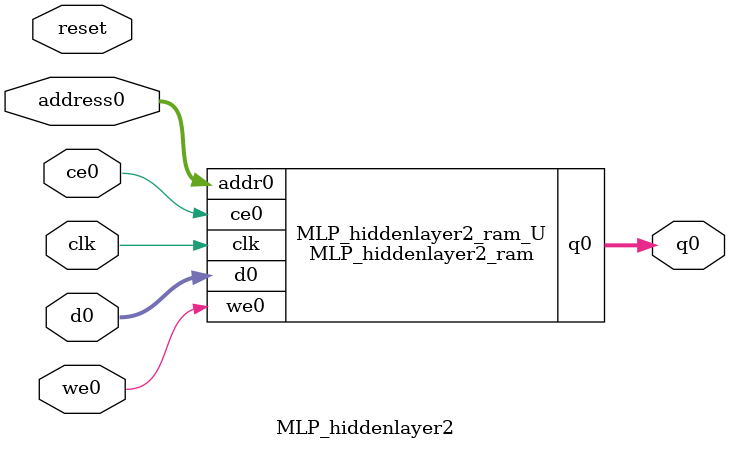
<source format=v>
`timescale 1 ns / 1 ps
module MLP_hiddenlayer2_ram (addr0, ce0, d0, we0, q0,  clk);

parameter DWIDTH = 32;
parameter AWIDTH = 7;
parameter MEM_SIZE = 128;

input[AWIDTH-1:0] addr0;
input ce0;
input[DWIDTH-1:0] d0;
input we0;
output reg[DWIDTH-1:0] q0;
input clk;

(* ram_style = "block" *)reg [DWIDTH-1:0] ram[0:MEM_SIZE-1];




always @(posedge clk)  
begin 
    if (ce0) 
    begin
        if (we0) 
        begin 
            ram[addr0] <= d0; 
        end 
        q0 <= ram[addr0];
    end
end


endmodule

`timescale 1 ns / 1 ps
module MLP_hiddenlayer2(
    reset,
    clk,
    address0,
    ce0,
    we0,
    d0,
    q0);

parameter DataWidth = 32'd32;
parameter AddressRange = 32'd128;
parameter AddressWidth = 32'd7;
input reset;
input clk;
input[AddressWidth - 1:0] address0;
input ce0;
input we0;
input[DataWidth - 1:0] d0;
output[DataWidth - 1:0] q0;



MLP_hiddenlayer2_ram MLP_hiddenlayer2_ram_U(
    .clk( clk ),
    .addr0( address0 ),
    .ce0( ce0 ),
    .we0( we0 ),
    .d0( d0 ),
    .q0( q0 ));

endmodule


</source>
